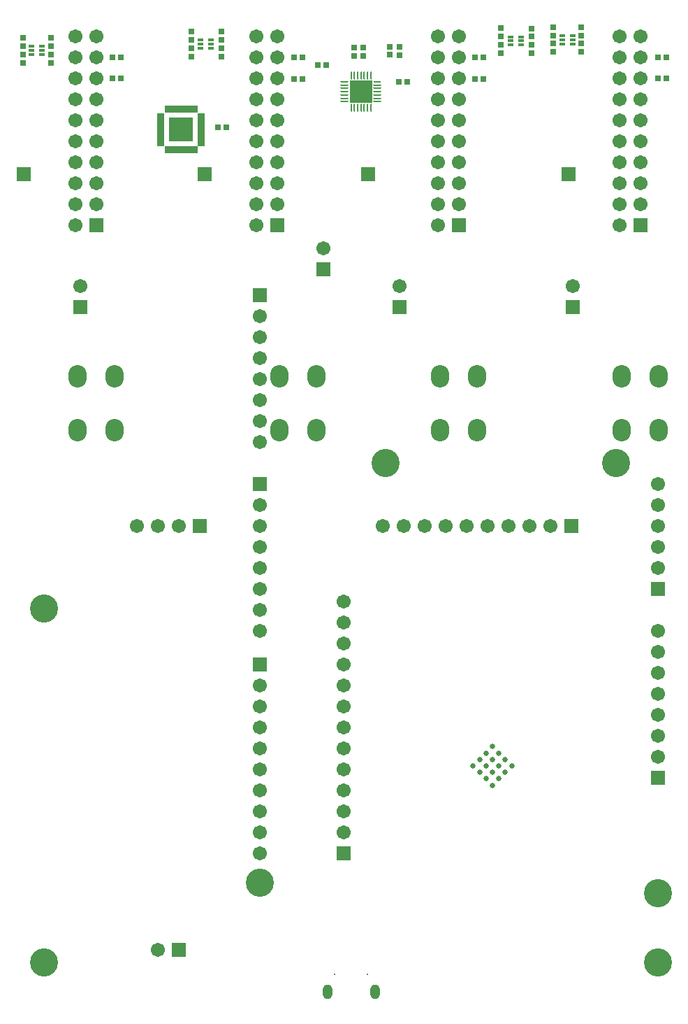
<source format=gbs>
G04*
G04 #@! TF.GenerationSoftware,Altium Limited,Altium Designer,21.0.8 (223)*
G04*
G04 Layer_Color=16711935*
%FSAX25Y25*%
%MOIN*%
G70*
G04*
G04 #@! TF.SameCoordinates,3E0ABAED-EBEF-4259-B410-402A04598C71*
G04*
G04*
G04 #@! TF.FilePolarity,Negative*
G04*
G01*
G75*
%ADD55R,0.02769X0.03162*%
%ADD61R,0.03162X0.02769*%
%ADD88R,0.06706X0.06706*%
%ADD89R,0.06706X0.06706*%
%ADD90C,0.06706*%
%ADD91C,0.13400*%
%ADD92O,0.08674X0.10642*%
%ADD93O,0.04737X0.07099*%
%ADD94R,0.00800X0.00800*%
%ADD95C,0.02572*%
%ADD113R,0.10630X0.10630*%
%ADD114R,0.03764X0.00758*%
G04:AMPARAMS|DCode=115|XSize=37.64mil|YSize=7.58mil|CornerRadius=3.79mil|HoleSize=0mil|Usage=FLASHONLY|Rotation=180.000|XOffset=0mil|YOffset=0mil|HoleType=Round|Shape=RoundedRectangle|*
%AMROUNDEDRECTD115*
21,1,0.03764,0.00000,0,0,180.0*
21,1,0.03006,0.00758,0,0,180.0*
1,1,0.00758,-0.01503,0.00000*
1,1,0.00758,0.01503,0.00000*
1,1,0.00758,0.01503,0.00000*
1,1,0.00758,-0.01503,0.00000*
%
%ADD115ROUNDEDRECTD115*%
G04:AMPARAMS|DCode=116|XSize=7.58mil|YSize=37.64mil|CornerRadius=3.79mil|HoleSize=0mil|Usage=FLASHONLY|Rotation=180.000|XOffset=0mil|YOffset=0mil|HoleType=Round|Shape=RoundedRectangle|*
%AMROUNDEDRECTD116*
21,1,0.00758,0.03006,0,0,180.0*
21,1,0.00000,0.03764,0,0,180.0*
1,1,0.00758,0.00000,0.01503*
1,1,0.00758,0.00000,0.01503*
1,1,0.00758,0.00000,-0.01503*
1,1,0.00758,0.00000,-0.01503*
%
%ADD116ROUNDEDRECTD116*%
%ADD120R,0.03032X0.01575*%
%ADD121R,0.11627X0.11627*%
%ADD122R,0.03359X0.01902*%
%ADD123R,0.01902X0.03359*%
D55*
X0632855Y3556747D02*
D03*
X0628918D02*
D03*
X0632855Y3546787D02*
D03*
X0628918D02*
D03*
X0683210Y3523440D02*
D03*
X0679273D02*
D03*
X0893012Y3556826D02*
D03*
X0889075D02*
D03*
X0893012Y3546748D02*
D03*
X0889075D02*
D03*
X0805886Y3556669D02*
D03*
X0801949D02*
D03*
X0805886Y3546551D02*
D03*
X0801949D02*
D03*
X0726870Y3553086D02*
D03*
X0730807D02*
D03*
X0719548Y3556708D02*
D03*
X0715611D02*
D03*
X0719548Y3546511D02*
D03*
X0715611D02*
D03*
X0769430Y3545094D02*
D03*
X0765493D02*
D03*
D61*
X0839091Y3571120D02*
D03*
Y3567183D02*
D03*
X0839141Y3559348D02*
D03*
Y3563285D02*
D03*
X0852602Y3571115D02*
D03*
Y3567178D02*
D03*
X0852642Y3559304D02*
D03*
Y3563241D02*
D03*
X0828839Y3570527D02*
D03*
Y3566590D02*
D03*
X0814193Y3558755D02*
D03*
Y3562692D02*
D03*
Y3570567D02*
D03*
Y3566629D02*
D03*
X0828878Y3558716D02*
D03*
Y3562653D02*
D03*
X0765670Y3557889D02*
D03*
Y3561826D02*
D03*
X0761247Y3561857D02*
D03*
Y3557920D02*
D03*
X0744218Y3561432D02*
D03*
Y3557495D02*
D03*
X0748564Y3557495D02*
D03*
Y3561432D02*
D03*
X0680887Y3568922D02*
D03*
Y3564985D02*
D03*
X0666397Y3557171D02*
D03*
Y3561108D02*
D03*
Y3568982D02*
D03*
Y3565045D02*
D03*
X0680887Y3557151D02*
D03*
Y3561087D02*
D03*
X0599588Y3565960D02*
D03*
Y3562023D02*
D03*
X0586023Y3554187D02*
D03*
Y3558124D02*
D03*
X0586045Y3565921D02*
D03*
Y3561984D02*
D03*
X0599588Y3554189D02*
D03*
Y3558126D02*
D03*
D88*
X0672973Y3500960D02*
D03*
X0586319D02*
D03*
X0846319D02*
D03*
X0750807D02*
D03*
X0670375Y3333283D02*
D03*
X0847776D02*
D03*
X0660375Y3131314D02*
D03*
D89*
X0621005Y3476747D02*
D03*
X0707619D02*
D03*
X0794233D02*
D03*
X0880847D02*
D03*
X0613406Y3437653D02*
D03*
X0729351Y3455685D02*
D03*
X0765887Y3437653D02*
D03*
X0848485D02*
D03*
X0889115Y3303283D02*
D03*
Y3213283D02*
D03*
X0739115Y3177283D02*
D03*
X0699115Y3443283D02*
D03*
X0699115Y3353283D02*
D03*
Y3267283D02*
D03*
D90*
X0611005Y3476747D02*
D03*
X0621005Y3486747D02*
D03*
X0611005D02*
D03*
X0621005Y3496747D02*
D03*
X0611005D02*
D03*
X0621005Y3506747D02*
D03*
X0611005D02*
D03*
X0621005Y3516747D02*
D03*
X0611005D02*
D03*
X0621005Y3526747D02*
D03*
X0611005D02*
D03*
X0621005Y3536747D02*
D03*
X0611005D02*
D03*
X0621005Y3546747D02*
D03*
X0611005D02*
D03*
X0621005Y3556747D02*
D03*
X0611005D02*
D03*
X0621005Y3566747D02*
D03*
X0611005D02*
D03*
X0697619Y3476747D02*
D03*
X0707619Y3486747D02*
D03*
X0697619D02*
D03*
X0707619Y3496747D02*
D03*
X0697619D02*
D03*
X0707619Y3506747D02*
D03*
X0697619D02*
D03*
X0707619Y3516747D02*
D03*
X0697619D02*
D03*
X0707619Y3526747D02*
D03*
X0697619D02*
D03*
X0707619Y3536747D02*
D03*
X0697619D02*
D03*
X0707619Y3546747D02*
D03*
X0697619D02*
D03*
X0707619Y3556747D02*
D03*
X0697619D02*
D03*
X0707619Y3566747D02*
D03*
X0697619D02*
D03*
X0784233Y3476747D02*
D03*
X0794233Y3486747D02*
D03*
X0784233D02*
D03*
X0794233Y3496747D02*
D03*
X0784233D02*
D03*
X0794233Y3506747D02*
D03*
X0784233D02*
D03*
X0794233Y3516747D02*
D03*
X0784233D02*
D03*
X0794233Y3526747D02*
D03*
X0784233D02*
D03*
X0794233Y3536747D02*
D03*
X0784233D02*
D03*
X0794233Y3546747D02*
D03*
X0784233D02*
D03*
X0794233Y3556747D02*
D03*
X0784233D02*
D03*
X0794233Y3566747D02*
D03*
X0784233D02*
D03*
X0870847Y3476747D02*
D03*
X0880847Y3486747D02*
D03*
X0870847D02*
D03*
X0880847Y3496747D02*
D03*
X0870847D02*
D03*
X0880847Y3506747D02*
D03*
X0870847D02*
D03*
X0880847Y3516747D02*
D03*
X0870847D02*
D03*
X0880847Y3526747D02*
D03*
X0870847D02*
D03*
X0880847Y3536747D02*
D03*
X0870847D02*
D03*
X0880847Y3546747D02*
D03*
X0870847D02*
D03*
X0880847Y3556747D02*
D03*
X0870847D02*
D03*
X0880847Y3566747D02*
D03*
X0870847D02*
D03*
X0613406Y3447653D02*
D03*
X0729351Y3465685D02*
D03*
X0765887Y3447653D02*
D03*
X0848485D02*
D03*
X0660375Y3333283D02*
D03*
X0650375D02*
D03*
X0640375D02*
D03*
X0889115Y3353283D02*
D03*
Y3343283D02*
D03*
Y3333283D02*
D03*
Y3323283D02*
D03*
Y3313283D02*
D03*
Y3283283D02*
D03*
Y3273283D02*
D03*
Y3263283D02*
D03*
Y3253283D02*
D03*
Y3243283D02*
D03*
Y3233283D02*
D03*
Y3223283D02*
D03*
X0757776Y3333283D02*
D03*
X0767776D02*
D03*
X0777776D02*
D03*
X0787776D02*
D03*
X0797776D02*
D03*
X0807776D02*
D03*
X0817776D02*
D03*
X0827776D02*
D03*
X0837776D02*
D03*
X0739115Y3297283D02*
D03*
Y3287283D02*
D03*
Y3277283D02*
D03*
Y3267283D02*
D03*
Y3257283D02*
D03*
Y3247283D02*
D03*
Y3237283D02*
D03*
Y3227283D02*
D03*
Y3217283D02*
D03*
Y3207283D02*
D03*
Y3197283D02*
D03*
Y3187283D02*
D03*
X0699115Y3373283D02*
D03*
Y3383282D02*
D03*
Y3393283D02*
D03*
Y3403283D02*
D03*
Y3413283D02*
D03*
Y3423283D02*
D03*
Y3433282D02*
D03*
X0699115Y3283283D02*
D03*
Y3293283D02*
D03*
Y3303283D02*
D03*
Y3313283D02*
D03*
Y3323283D02*
D03*
Y3333283D02*
D03*
Y3343283D02*
D03*
Y3257283D02*
D03*
Y3237283D02*
D03*
Y3227283D02*
D03*
Y3217283D02*
D03*
Y3207283D02*
D03*
Y3197283D02*
D03*
Y3187283D02*
D03*
Y3177283D02*
D03*
Y3247283D02*
D03*
X0650375Y3131314D02*
D03*
D91*
X0596202Y3293913D02*
D03*
Y3125409D02*
D03*
X0889115D02*
D03*
X0699115Y3163283D02*
D03*
X0759115Y3363283D02*
D03*
X0869115D02*
D03*
X0889115Y3158283D02*
D03*
D92*
X0612028Y3404818D02*
D03*
X0629745D02*
D03*
X0612028Y3379227D02*
D03*
X0629745D02*
D03*
X0708505Y3404818D02*
D03*
X0726221D02*
D03*
X0708505Y3379227D02*
D03*
X0726221D02*
D03*
X0785245Y3404818D02*
D03*
X0802961D02*
D03*
X0785245Y3379227D02*
D03*
X0802961D02*
D03*
X0871898Y3404818D02*
D03*
X0889615D02*
D03*
X0871898Y3379227D02*
D03*
X0889615D02*
D03*
D93*
X0731339Y3111237D02*
D03*
X0753977D02*
D03*
D94*
X0734674Y3119702D02*
D03*
X0750619D02*
D03*
D95*
X0819317Y3219059D02*
D03*
X0816254Y3215997D02*
D03*
X0813192Y3212934D02*
D03*
X0810130Y3209872D02*
D03*
X0816254Y3222121D02*
D03*
X0813192Y3219059D02*
D03*
X0810130Y3215997D02*
D03*
X0807068Y3212934D02*
D03*
X0813192Y3225183D02*
D03*
X0810130Y3222121D02*
D03*
X0807068Y3219059D02*
D03*
X0804005Y3215997D02*
D03*
X0810130Y3228246D02*
D03*
X0807068Y3225183D02*
D03*
X0804005Y3222121D02*
D03*
X0800943Y3219059D02*
D03*
X0659391Y3524424D02*
D03*
Y3520094D02*
D03*
X0663721Y3524424D02*
D03*
Y3520094D02*
D03*
D113*
X0747383Y3540369D02*
D03*
D114*
X0755170Y3545094D02*
D03*
D115*
Y3543519D02*
D03*
Y3541944D02*
D03*
Y3540369D02*
D03*
Y3538794D02*
D03*
Y3537220D02*
D03*
Y3535645D02*
D03*
X0739595D02*
D03*
Y3537220D02*
D03*
Y3538794D02*
D03*
Y3540369D02*
D03*
Y3541944D02*
D03*
Y3543519D02*
D03*
Y3545094D02*
D03*
D116*
X0752107Y3532582D02*
D03*
X0750532D02*
D03*
X0748957D02*
D03*
X0747383D02*
D03*
X0745808D02*
D03*
X0744233D02*
D03*
X0742658D02*
D03*
Y3548157D02*
D03*
X0744233D02*
D03*
X0745808D02*
D03*
X0747383D02*
D03*
X0748957D02*
D03*
X0750532D02*
D03*
X0752107D02*
D03*
D120*
X0848465Y3563165D02*
D03*
Y3565133D02*
D03*
Y3567102D02*
D03*
X0843465D02*
D03*
Y3565133D02*
D03*
Y3563165D02*
D03*
X0823789Y3562616D02*
D03*
Y3564584D02*
D03*
Y3566553D02*
D03*
X0818789D02*
D03*
Y3564584D02*
D03*
Y3562616D02*
D03*
X0675827Y3561039D02*
D03*
Y3563007D02*
D03*
Y3564976D02*
D03*
X0670827D02*
D03*
Y3563007D02*
D03*
Y3561039D02*
D03*
X0595236Y3558007D02*
D03*
Y3559976D02*
D03*
Y3561945D02*
D03*
X0590237D02*
D03*
Y3559976D02*
D03*
Y3558007D02*
D03*
D121*
X0661556Y3522259D02*
D03*
D122*
X0671202Y3515369D02*
D03*
Y3517338D02*
D03*
Y3519306D02*
D03*
Y3521275D02*
D03*
Y3523243D02*
D03*
Y3525212D02*
D03*
Y3527180D02*
D03*
Y3529149D02*
D03*
X0651910D02*
D03*
Y3527180D02*
D03*
Y3525212D02*
D03*
Y3523243D02*
D03*
Y3521275D02*
D03*
Y3519306D02*
D03*
Y3517338D02*
D03*
Y3515369D02*
D03*
D123*
X0668446Y3531905D02*
D03*
X0666477D02*
D03*
X0664509D02*
D03*
X0662540D02*
D03*
X0660572D02*
D03*
X0658603D02*
D03*
X0656635D02*
D03*
X0654666D02*
D03*
Y3512613D02*
D03*
X0656635D02*
D03*
X0658603D02*
D03*
X0660572D02*
D03*
X0662540D02*
D03*
X0664509D02*
D03*
X0666477D02*
D03*
X0668446D02*
D03*
M02*

</source>
